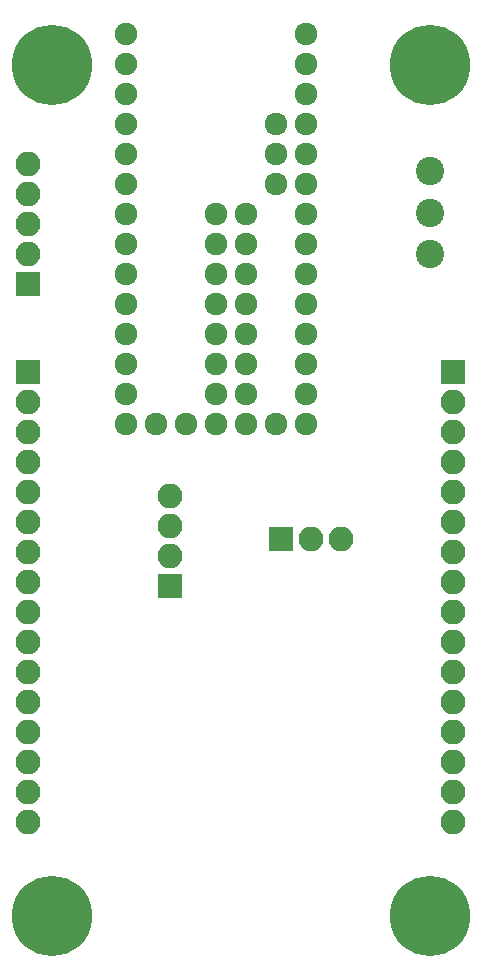
<source format=gbr>
G04 #@! TF.FileFunction,Soldermask,Bot*
%FSLAX46Y46*%
G04 Gerber Fmt 4.6, Leading zero omitted, Abs format (unit mm)*
G04 Created by KiCad (PCBNEW 4.0.6) date 10/21/18 17:35:00*
%MOMM*%
%LPD*%
G01*
G04 APERTURE LIST*
%ADD10C,0.100000*%
%ADD11C,6.800000*%
%ADD12C,2.400000*%
%ADD13R,2.100000X2.100000*%
%ADD14O,2.100000X2.100000*%
%ADD15C,1.900000*%
%ADD16C,1.924000*%
G04 APERTURE END LIST*
D10*
D11*
X116000000Y-96000000D03*
X84000000Y-96000000D03*
X116000000Y-24000000D03*
D12*
X116000000Y-40000000D03*
X116000000Y-36500000D03*
X116000000Y-33000000D03*
D13*
X82000000Y-42540000D03*
D14*
X82000000Y-40000000D03*
X82000000Y-37460000D03*
X82000000Y-34920000D03*
X82000000Y-32380000D03*
D13*
X94050000Y-68090000D03*
D14*
X94050000Y-65550000D03*
X94050000Y-63010000D03*
X94050000Y-60470000D03*
D13*
X118000000Y-50000000D03*
D14*
X118000000Y-52540000D03*
X118000000Y-55080000D03*
X118000000Y-57620000D03*
X118000000Y-60160000D03*
X118000000Y-62700000D03*
X118000000Y-65240000D03*
X118000000Y-67780000D03*
X118000000Y-70320000D03*
X118000000Y-72860000D03*
X118000000Y-75400000D03*
X118000000Y-77940000D03*
X118000000Y-80480000D03*
X118000000Y-83020000D03*
X118000000Y-85560000D03*
X118000000Y-88100000D03*
D13*
X82000000Y-50000000D03*
D14*
X82000000Y-52540000D03*
X82000000Y-55080000D03*
X82000000Y-57620000D03*
X82000000Y-60160000D03*
X82000000Y-62700000D03*
X82000000Y-65240000D03*
X82000000Y-67780000D03*
X82000000Y-70320000D03*
X82000000Y-72860000D03*
X82000000Y-75400000D03*
X82000000Y-77940000D03*
X82000000Y-80480000D03*
X82000000Y-83020000D03*
X82000000Y-85560000D03*
X82000000Y-88100000D03*
D15*
X90300000Y-21380000D03*
X90300000Y-23920000D03*
X90300000Y-26460000D03*
X90300000Y-29000000D03*
X90300000Y-31540000D03*
X90300000Y-34080000D03*
D16*
X90300000Y-36620000D03*
X97920000Y-36620000D03*
X90300000Y-39160000D03*
X97920000Y-39160000D03*
X90300000Y-41700000D03*
X97920000Y-41700000D03*
X90300000Y-44240000D03*
X97920000Y-44240000D03*
X90300000Y-46780000D03*
X97920000Y-46780000D03*
X90300000Y-49320000D03*
X97920000Y-49320000D03*
X90300000Y-51860000D03*
X97920000Y-51860000D03*
X90300000Y-54400000D03*
X92840000Y-54400000D03*
X95380000Y-54400000D03*
X97920000Y-54400000D03*
X100460000Y-54400000D03*
X103000000Y-54400000D03*
X105540000Y-54400000D03*
X100460000Y-51860000D03*
X105540000Y-51860000D03*
X100460000Y-49320000D03*
X105540000Y-49320000D03*
X100460000Y-46780000D03*
X105540000Y-46780000D03*
X100460000Y-44240000D03*
X105540000Y-44240000D03*
X100460000Y-41700000D03*
X105540000Y-41700000D03*
X100460000Y-39160000D03*
X105540000Y-39160000D03*
X100460000Y-36620000D03*
X105540000Y-36620000D03*
X103000000Y-34080000D03*
X105540000Y-34080000D03*
X103000000Y-31540000D03*
X105540000Y-31540000D03*
X103000000Y-29000000D03*
X105540000Y-29000000D03*
X105540000Y-26460000D03*
X105540000Y-23920000D03*
X105540000Y-21380000D03*
D11*
X84000000Y-24000000D03*
D13*
X103460000Y-64100000D03*
D14*
X106000000Y-64100000D03*
X108540000Y-64100000D03*
M02*

</source>
